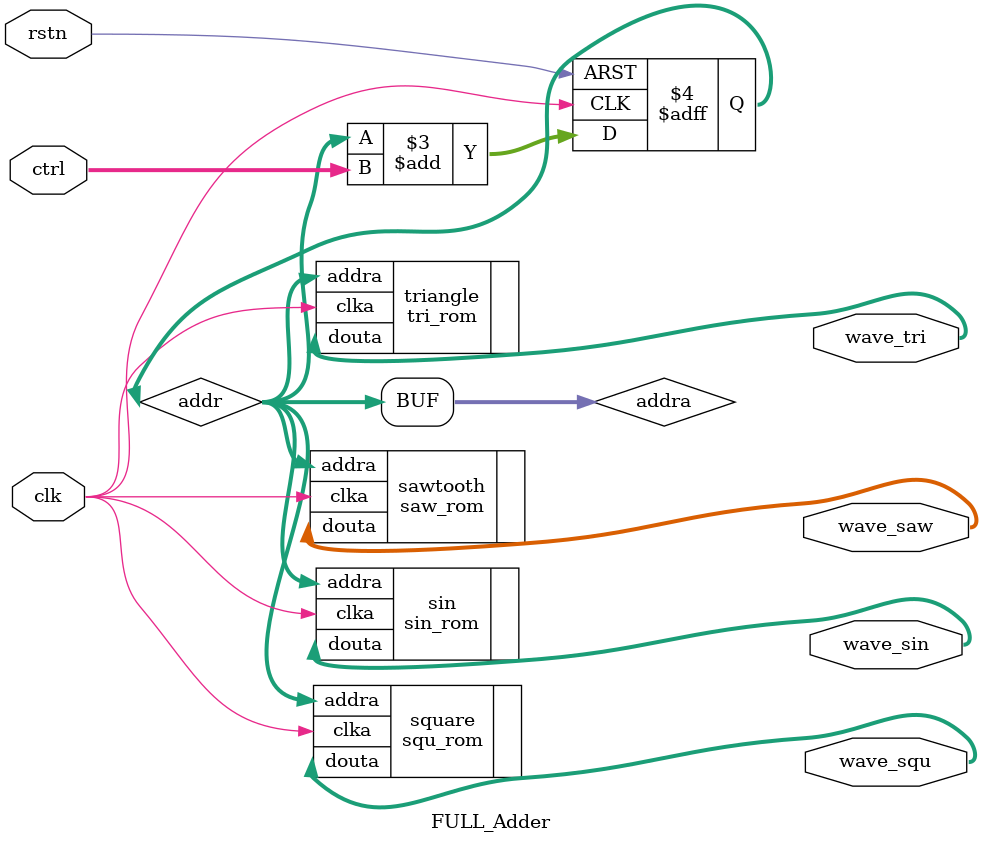
<source format=v>
`timescale 1ns / 1ps
module FULL_Adder(
 input clk,// 10KHz 时钟信号
 input rstn,
 input [7:0] ctrl,// 频率控制字
 output [7:0] wave_sin,// 输出正弦波形
 output [7:0] wave_squ,// 输出方波波形
 output [7:0] wave_tri,// 输出三角波波形
 output [7:0] wave_saw// 输出锯齿波波形
 );
    reg [7:0] addr;// ROM地址，即累加和

    always @(posedge clk or negedge rstn) begin
        if (!rstn) begin
            addr <= 8'b0;
        end
        else begin
            addr <= addr + ctrl;
        end
    end

    wire [7:0] addra;
    assign addra = addr[7:0];

    // 输出四种波形
    sin_rom sin (
    .clka(clk), // input wire clka
    .addra(addra), // input wire [7 : 0] addra
    .douta(wave_sin) // output wire [7 : 0] douta
    );

    squ_rom square (
    .clka(clk), // input wire clka
    .addra(addra), // input wire [7 : 0] addra
    .douta(wave_squ) // output wire [7 : 0] douta
    );

    tri_rom triangle (
    .clka(clk), // input wire clka
    .addra(addra), // input wire [7 : 0] addra
    .douta(wave_tri) // output wire [7 : 0] douta
    );

    saw_rom sawtooth(
    .clka(clk), // input wire clka
    .addra(addra), // input wire [7 : 0] addra
    .douta(wave_saw) // output wire [7 : 0] douta
    );

endmodule

</source>
